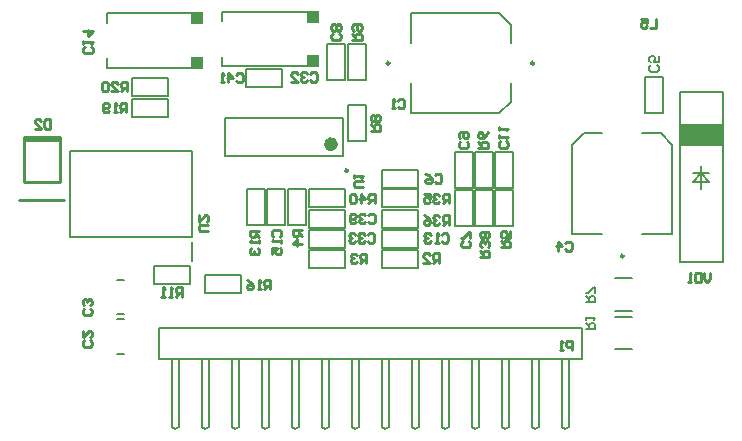
<source format=gbr>
%TF.GenerationSoftware,Altium Limited,Altium Designer,24.7.2 (38)*%
G04 Layer_Color=32896*
%FSLAX43Y43*%
%MOMM*%
%TF.SameCoordinates,A6C98B59-F63B-4C8E-8392-574C2285590F*%
%TF.FilePolarity,Positive*%
%TF.FileFunction,Legend,Bot*%
%TF.Part,Single*%
G01*
G75*
%TA.AperFunction,NonConductor*%
%ADD33C,0.250*%
%ADD34C,0.600*%
%ADD35C,0.200*%
%ADD36C,0.254*%
%ADD37R,1.000X1.000*%
%ADD38R,3.048X0.381*%
%ADD39R,3.650X1.850*%
D33*
X31625Y25075D02*
G03*
X31625Y25075I-125J0D01*
G01*
X28102Y15996D02*
G03*
X28102Y15996I-125J0D01*
G01*
X51450Y8750D02*
G03*
X51450Y8750I-125J0D01*
G01*
X43858Y25075D02*
G03*
X43858Y25075I-125J0D01*
G01*
D34*
X26957Y18221D02*
G03*
X26957Y18221I-300J0D01*
G01*
D35*
X33400Y26775D02*
Y29325D01*
Y20825D02*
Y23375D01*
Y20825D02*
X40900D01*
X33400Y29325D02*
X40900D01*
X41900Y28325D01*
X40900Y20825D02*
X41900Y21825D01*
Y23375D01*
Y26775D02*
Y28325D01*
X7698Y24700D02*
X14998D01*
Y25500D01*
X7698Y29300D02*
X14998D01*
X7698Y24700D02*
Y25500D01*
X14998Y28500D02*
Y29300D01*
X7698Y28500D02*
Y29300D01*
X9851Y23837D02*
X12899D01*
Y22313D02*
Y23837D01*
X9851Y22313D02*
Y23837D01*
Y22313D02*
X12899D01*
X9824Y22062D02*
X12872D01*
Y20538D02*
Y22062D01*
X9824Y20538D02*
Y22062D01*
Y20538D02*
X12872D01*
X14856Y10325D02*
Y17675D01*
X4544D02*
X14856D01*
X4544Y10325D02*
Y17675D01*
Y10325D02*
X14856D01*
X14870Y8325D02*
Y9975D01*
X11646Y6388D02*
X14694D01*
X11646D02*
Y7912D01*
X14694Y6388D02*
Y7912D01*
X11646D02*
X14694D01*
X8549Y3825D02*
X9147D01*
X8549Y6725D02*
X9147D01*
X17657Y17221D02*
X27657D01*
X17657Y20421D02*
X27657D01*
Y17221D02*
Y20421D01*
X17657Y17221D02*
Y20421D01*
X48075Y19150D02*
X49625D01*
X53025D02*
X54575D01*
X55575Y18150D01*
X47075D02*
X48075Y19150D01*
X47075Y10650D02*
Y18150D01*
X55575Y10650D02*
Y18150D01*
X53025Y10650D02*
X55575D01*
X47075D02*
X49625D01*
X37144Y11305D02*
Y14353D01*
X38668D01*
X37144Y11305D02*
X38668D01*
Y14353D01*
X26334Y23651D02*
Y26699D01*
X27858D01*
X26334Y23651D02*
X27858D01*
Y26699D01*
X28088Y23651D02*
Y26699D01*
X29612D01*
X28088Y23651D02*
X29612D01*
Y26699D01*
X29595Y18483D02*
Y21531D01*
X28071Y18483D02*
X29595D01*
X28071Y21531D02*
X29595D01*
X28071Y18483D02*
Y21531D01*
X30951Y14550D02*
X33999D01*
X30951D02*
Y16074D01*
X33999Y14550D02*
Y16074D01*
X30951D02*
X33999D01*
X30974Y7713D02*
X34022D01*
X30974D02*
Y9237D01*
X34022Y7713D02*
Y9237D01*
X30974D02*
X34022D01*
X30974Y14412D02*
X34022D01*
Y12888D02*
Y14412D01*
X30974Y12888D02*
Y14412D01*
Y12888D02*
X34022D01*
X30974Y11154D02*
X34022D01*
X30974D02*
Y12678D01*
X34022Y11154D02*
Y12678D01*
X30974D02*
X34022D01*
X30974Y10962D02*
X34022D01*
Y9438D02*
Y10962D01*
X30974Y9438D02*
Y10962D01*
Y9438D02*
X34022D01*
X58000Y15750D02*
Y16350D01*
Y15750D02*
X58700D01*
X58000Y14450D02*
Y15750D01*
X57300D02*
X58000D01*
X57293Y15043D02*
X58707D01*
X58000Y15750D02*
X58707Y15043D01*
X57293D02*
X58000Y15750D01*
X56175Y22600D02*
X59850D01*
X56175Y8250D02*
Y22600D01*
X59850Y8250D02*
Y22600D01*
X56175Y8250D02*
X59850D01*
X16001Y5588D02*
X19049D01*
X16001D02*
Y7112D01*
X19049Y5588D02*
Y7112D01*
X16001D02*
X19049D01*
X33490Y-5720D02*
X33810Y-5920D01*
X34130Y-5720D01*
X33490D02*
Y5D01*
X34130Y-5720D02*
Y5D01*
X28410Y-5720D02*
X28730Y-5920D01*
X29050Y-5720D01*
X28410D02*
Y5D01*
X29050Y-5720D02*
Y5D01*
X26510Y-5720D02*
Y5D01*
X25870Y-5720D02*
Y5D01*
X26190Y-5920D02*
X26510Y-5720D01*
X25870D02*
X26190Y-5920D01*
X23330Y-5720D02*
X23650Y-5920D01*
X23970Y-5720D01*
X23330D02*
Y5D01*
X23970Y-5720D02*
Y5D01*
X18250Y-5720D02*
X18570Y-5920D01*
X18890Y-5720D01*
X18250D02*
Y5D01*
X18890Y-5720D02*
Y5D01*
X12070D02*
Y2695D01*
Y5D02*
X47930D01*
Y2695D01*
X12070D02*
X47930D01*
X13810Y-5720D02*
Y5D01*
X13170Y-5720D02*
Y5D01*
X13490Y-5920D02*
X13810Y-5720D01*
X13170D02*
X13490Y-5920D01*
X16350Y-5720D02*
Y5D01*
X15710Y-5720D02*
Y5D01*
X16030Y-5920D02*
X16350Y-5720D01*
X15710D02*
X16030Y-5920D01*
X21430Y-5720D02*
Y5D01*
X20790Y-5720D02*
Y5D01*
X21110Y-5920D02*
X21430Y-5720D01*
X20790D02*
X21110Y-5920D01*
X31590Y-5720D02*
Y5D01*
X30950Y-5720D02*
Y5D01*
X31270Y-5920D02*
X31590Y-5720D01*
X30950D02*
X31270Y-5920D01*
X36670Y-5720D02*
Y5D01*
X36030Y-5720D02*
Y5D01*
X36350Y-5920D02*
X36670Y-5720D01*
X36030D02*
X36350Y-5920D01*
X38570Y-5720D02*
X38890Y-5920D01*
X39210Y-5720D01*
X38570D02*
Y5D01*
X39210Y-5720D02*
Y5D01*
X41110Y-5720D02*
X41430Y-5920D01*
X41750Y-5720D01*
X41110D02*
Y5D01*
X41750Y-5720D02*
Y5D01*
X46830Y-5720D02*
Y5D01*
X46190Y-5720D02*
Y5D01*
X46510Y-5920D02*
X46830Y-5720D01*
X46190D02*
X46510Y-5920D01*
X44290Y-5720D02*
Y5D01*
X43650Y-5720D02*
Y5D01*
X43970Y-5920D02*
X44290Y-5720D01*
X43650D02*
X43970Y-5920D01*
X54762Y20901D02*
Y23949D01*
X53238Y20901D02*
X54762D01*
X53238Y23949D02*
X54762D01*
X53238Y20901D02*
Y23949D01*
X8526Y3389D02*
X9124D01*
X8526Y489D02*
X9124D01*
X17457Y24825D02*
X24757D01*
Y25625D01*
X17457Y29425D02*
X24757D01*
X17457Y24825D02*
Y25625D01*
X24757Y28625D02*
Y29425D01*
X17457Y28625D02*
Y29425D01*
X50725Y6850D02*
X52175D01*
X50725Y4100D02*
X52175D01*
X50725Y850D02*
X52175D01*
X50725Y3600D02*
X52175D01*
X19504Y23088D02*
X22552D01*
X19504D02*
Y24612D01*
X22552Y23088D02*
Y24612D01*
X19504D02*
X22552D01*
X40588Y14536D02*
Y17584D01*
X42112D01*
X40588Y14536D02*
X42112D01*
Y17584D01*
X37144Y14536D02*
Y17584D01*
X38668D01*
X37144Y14536D02*
X38668D01*
Y17584D01*
X24776Y9237D02*
X27824D01*
Y7713D02*
Y9237D01*
X24776Y7713D02*
Y9237D01*
Y7713D02*
X27824D01*
X24777Y9438D02*
X27825D01*
X24777D02*
Y10962D01*
X27825Y9438D02*
Y10962D01*
X24777D02*
X27825D01*
X38864Y11305D02*
Y14353D01*
X40388D01*
X38864Y11305D02*
X40388D01*
Y14353D01*
X24777Y14389D02*
X27825D01*
Y12865D02*
Y14389D01*
X24777Y12865D02*
Y14389D01*
Y12865D02*
X27825D01*
X19539Y11341D02*
Y14389D01*
X21063D01*
X19539Y11341D02*
X21063D01*
Y14389D01*
X22794Y11341D02*
Y14389D01*
X21270Y11341D02*
X22794D01*
X21270Y14389D02*
X22794D01*
X21270Y11341D02*
Y14389D01*
X24777Y11154D02*
X27825D01*
X24777D02*
Y12678D01*
X27825Y11154D02*
Y12678D01*
X24777D02*
X27825D01*
X38863Y14536D02*
Y17584D01*
X40387D01*
X38863Y14536D02*
X40387D01*
Y17584D01*
X40588Y11305D02*
Y14353D01*
X42112D01*
X40588Y11305D02*
X42112D01*
Y14353D01*
X24519Y11344D02*
Y14392D01*
X22995Y11344D02*
X24519D01*
X22995Y14392D02*
X24519D01*
X22995Y11344D02*
Y14392D01*
X54267Y24892D02*
X54400Y24758D01*
Y24492D01*
X54267Y24359D01*
X53733D01*
X53600Y24492D01*
Y24758D01*
X53733Y24892D01*
X54400Y25691D02*
Y25158D01*
X54000D01*
X54133Y25425D01*
Y25558D01*
X54000Y25691D01*
X53733D01*
X53600Y25558D01*
Y25292D01*
X53733Y25158D01*
X48250Y4834D02*
X49050D01*
Y5233D01*
X48917Y5367D01*
X48650D01*
X48517Y5233D01*
Y4834D01*
Y5100D02*
X48250Y5367D01*
X49050Y5633D02*
Y6166D01*
X48917D01*
X48383Y5633D01*
X48250D01*
Y2542D02*
X49050D01*
Y2942D01*
X48917Y3075D01*
X48650D01*
X48517Y2942D01*
Y2542D01*
Y2808D02*
X48250Y3075D01*
Y3342D02*
Y3608D01*
Y3475D01*
X49050D01*
X48917Y3342D01*
D36*
X262Y13516D02*
X4072D01*
X643Y18596D02*
X3691D01*
X643Y15040D02*
X3691D01*
X643Y18850D02*
X3691D01*
Y15040D02*
Y18850D01*
X643Y15040D02*
Y18850D01*
X2908Y20349D02*
Y19549D01*
X2508D01*
X2375Y19682D01*
Y20215D01*
X2508Y20349D01*
X2908D01*
X1575Y19549D02*
X2108D01*
X1575Y20082D01*
Y20215D01*
X1708Y20349D01*
X1975D01*
X2108Y20215D01*
X9391Y22688D02*
Y23488D01*
X8991D01*
X8858Y23354D01*
Y23088D01*
X8991Y22954D01*
X9391D01*
X9125D02*
X8858Y22688D01*
X8058D02*
X8592D01*
X8058Y23221D01*
Y23354D01*
X8192Y23488D01*
X8458D01*
X8592Y23354D01*
X7792D02*
X7659Y23488D01*
X7392D01*
X7259Y23354D01*
Y22821D01*
X7392Y22688D01*
X7659D01*
X7792Y22821D01*
Y23354D01*
X9348Y20914D02*
Y21713D01*
X8948D01*
X8815Y21580D01*
Y21313D01*
X8948Y21180D01*
X9348D01*
X9081D02*
X8815Y20914D01*
X8548D02*
X8282D01*
X8415D01*
Y21713D01*
X8548Y21580D01*
X7882Y21047D02*
X7748Y20914D01*
X7482D01*
X7349Y21047D01*
Y21580D01*
X7482Y21713D01*
X7748D01*
X7882Y21580D01*
Y21447D01*
X7748Y21313D01*
X7349D01*
X6353Y26460D02*
X6486Y26326D01*
Y26060D01*
X6353Y25926D01*
X5820D01*
X5687Y26060D01*
Y26326D01*
X5820Y26460D01*
X5687Y26726D02*
Y26993D01*
Y26859D01*
X6486D01*
X6353Y26726D01*
X5687Y27793D02*
X6486D01*
X6086Y27393D01*
Y27926D01*
X21513Y5925D02*
Y6725D01*
X21113D01*
X20980Y6592D01*
Y6325D01*
X21113Y6192D01*
X21513D01*
X21246D02*
X20980Y5925D01*
X20713D02*
X20446D01*
X20580D01*
Y6725D01*
X20713Y6592D01*
X19513Y6725D02*
X19780Y6592D01*
X20047Y6325D01*
Y6059D01*
X19913Y5925D01*
X19647D01*
X19513Y6059D01*
Y6192D01*
X19647Y6325D01*
X20047D01*
X14036Y5325D02*
Y6125D01*
X13636D01*
X13503Y5991D01*
Y5725D01*
X13636Y5592D01*
X14036D01*
X13769D02*
X13503Y5325D01*
X13236D02*
X12970D01*
X13103D01*
Y6125D01*
X13236Y5991D01*
X12570Y5325D02*
X12303D01*
X12436D01*
Y6125D01*
X12570Y5991D01*
X28450Y27044D02*
X29250D01*
Y27444D01*
X29117Y27577D01*
X28850D01*
X28717Y27444D01*
Y27044D01*
Y27311D02*
X28450Y27577D01*
X28583Y27844D02*
X28450Y27977D01*
Y28244D01*
X28583Y28377D01*
X29117D01*
X29250Y28244D01*
Y27977D01*
X29117Y27844D01*
X28983D01*
X28850Y27977D01*
Y28377D01*
X30029Y19366D02*
X30829D01*
Y19766D01*
X30695Y19899D01*
X30429D01*
X30295Y19766D01*
Y19366D01*
Y19632D02*
X30029Y19899D01*
X30695Y20165D02*
X30829Y20299D01*
Y20565D01*
X30695Y20699D01*
X30562D01*
X30429Y20565D01*
X30295Y20699D01*
X30162D01*
X30029Y20565D01*
Y20299D01*
X30162Y20165D01*
X30295D01*
X30429Y20299D01*
X30562Y20165D01*
X30695D01*
X30429Y20299D02*
Y20565D01*
X27369Y27577D02*
X27503Y27444D01*
Y27177D01*
X27369Y27044D01*
X26836D01*
X26703Y27177D01*
Y27444D01*
X26836Y27577D01*
X27369Y27844D02*
X27503Y27977D01*
Y28244D01*
X27369Y28377D01*
X27236D01*
X27103Y28244D01*
X26969Y28377D01*
X26836D01*
X26703Y28244D01*
Y27977D01*
X26836Y27844D01*
X26969D01*
X27103Y27977D01*
X27236Y27844D01*
X27369D01*
X27103Y27977D02*
Y28244D01*
X35458Y15579D02*
X35591Y15712D01*
X35858D01*
X35991Y15579D01*
Y15045D01*
X35858Y14912D01*
X35591D01*
X35458Y15045D01*
X34658Y15712D02*
X34925Y15579D01*
X35191Y15312D01*
Y15045D01*
X35058Y14912D01*
X34791D01*
X34658Y15045D01*
Y15179D01*
X34791Y15312D01*
X35191D01*
X46508Y9841D02*
X46642Y9975D01*
X46908D01*
X47042Y9841D01*
Y9308D01*
X46908Y9175D01*
X46642D01*
X46508Y9308D01*
X45842Y9175D02*
Y9975D01*
X46242Y9575D01*
X45709D01*
X58783Y7339D02*
Y6806D01*
X58516Y6539D01*
X58250Y6806D01*
Y7339D01*
X57983D02*
Y6539D01*
X57583D01*
X57450Y6672D01*
Y7206D01*
X57583Y7339D01*
X57983D01*
X57184Y6539D02*
X56917D01*
X57050D01*
Y7339D01*
X57184Y7206D01*
X32325Y21916D02*
X32458Y22049D01*
X32725D01*
X32858Y21916D01*
Y21382D01*
X32725Y21249D01*
X32458D01*
X32325Y21382D01*
X32058Y21249D02*
X31792D01*
X31925D01*
Y22049D01*
X32058Y21916D01*
X6292Y1620D02*
X6425Y1486D01*
Y1220D01*
X6292Y1086D01*
X5758D01*
X5625Y1220D01*
Y1486D01*
X5758Y1620D01*
X5625Y2419D02*
Y1886D01*
X6158Y2419D01*
X6292D01*
X6425Y2286D01*
Y2019D01*
X6292Y1886D01*
Y4309D02*
X6425Y4176D01*
Y3909D01*
X6292Y3776D01*
X5758D01*
X5625Y3909D01*
Y4176D01*
X5758Y4309D01*
X6292Y4576D02*
X6425Y4709D01*
Y4976D01*
X6292Y5109D01*
X6158D01*
X6025Y4976D01*
Y4842D01*
Y4976D01*
X5892Y5109D01*
X5758D01*
X5625Y4976D01*
Y4709D01*
X5758Y4576D01*
X54216Y28853D02*
Y28054D01*
X53683D01*
X52884Y28853D02*
X53417D01*
Y28454D01*
X53150Y28587D01*
X53017D01*
X52884Y28454D01*
Y28187D01*
X53017Y28054D01*
X53283D01*
X53417Y28187D01*
X18650Y24116D02*
X18783Y24250D01*
X19050D01*
X19183Y24116D01*
Y23583D01*
X19050Y23450D01*
X18783D01*
X18650Y23583D01*
X17983Y23450D02*
Y24250D01*
X18383Y23850D01*
X17850D01*
X17584Y23450D02*
X17317D01*
X17450D01*
Y24250D01*
X17584Y24116D01*
X30366Y13200D02*
Y14000D01*
X29966D01*
X29833Y13867D01*
Y13600D01*
X29966Y13467D01*
X30366D01*
X30100D02*
X29833Y13200D01*
X29167D02*
Y14000D01*
X29567Y13600D01*
X29033D01*
X28767Y13867D02*
X28634Y14000D01*
X28367D01*
X28234Y13867D01*
Y13333D01*
X28367Y13200D01*
X28634D01*
X28767Y13333D01*
Y13867D01*
X29833Y12196D02*
X29966Y12329D01*
X30233D01*
X30366Y12196D01*
Y11663D01*
X30233Y11529D01*
X29966D01*
X29833Y11663D01*
X29566Y12196D02*
X29433Y12329D01*
X29167D01*
X29033Y12196D01*
Y12063D01*
X29167Y11929D01*
X29300D01*
X29167D01*
X29033Y11796D01*
Y11663D01*
X29167Y11529D01*
X29433D01*
X29566Y11663D01*
X28767D02*
X28633Y11529D01*
X28367D01*
X28234Y11663D01*
Y12196D01*
X28367Y12329D01*
X28633D01*
X28767Y12196D01*
Y12063D01*
X28633Y11929D01*
X28234D01*
X16276Y10863D02*
X15610D01*
X15476Y10996D01*
Y11263D01*
X15610Y11396D01*
X16276D01*
X15476Y12196D02*
Y11663D01*
X16010Y12196D01*
X16143D01*
X16276Y12063D01*
Y11796D01*
X16143Y11663D01*
X29665Y8148D02*
Y8948D01*
X29265D01*
X29132Y8814D01*
Y8548D01*
X29265Y8415D01*
X29665D01*
X29399D02*
X29132Y8148D01*
X28866Y8814D02*
X28732Y8948D01*
X28466D01*
X28332Y8814D01*
Y8681D01*
X28466Y8548D01*
X28599D01*
X28466D01*
X28332Y8415D01*
Y8281D01*
X28466Y8148D01*
X28732D01*
X28866Y8281D01*
X35816Y8175D02*
Y8975D01*
X35417D01*
X35283Y8842D01*
Y8575D01*
X35417Y8442D01*
X35816D01*
X35550D02*
X35283Y8175D01*
X34484D02*
X35017D01*
X34484Y8708D01*
Y8842D01*
X34617Y8975D01*
X34883D01*
X35017Y8842D01*
X36645Y11404D02*
Y12204D01*
X36245D01*
X36112Y12071D01*
Y11804D01*
X36245Y11671D01*
X36645D01*
X36378D02*
X36112Y11404D01*
X35845Y12071D02*
X35712Y12204D01*
X35445D01*
X35312Y12071D01*
Y11937D01*
X35445Y11804D01*
X35578D01*
X35445D01*
X35312Y11671D01*
Y11538D01*
X35445Y11404D01*
X35712D01*
X35845Y11538D01*
X34512Y12204D02*
X34779Y12071D01*
X35045Y11804D01*
Y11538D01*
X34912Y11404D01*
X34645D01*
X34512Y11538D01*
Y11671D01*
X34645Y11804D01*
X35045D01*
X36639Y13200D02*
Y14000D01*
X36240D01*
X36106Y13867D01*
Y13600D01*
X36240Y13467D01*
X36639D01*
X36373D02*
X36106Y13200D01*
X35840Y13867D02*
X35706Y14000D01*
X35440D01*
X35306Y13867D01*
Y13733D01*
X35440Y13600D01*
X35573D01*
X35440D01*
X35306Y13467D01*
Y13333D01*
X35440Y13200D01*
X35706D01*
X35840Y13333D01*
X34507Y14000D02*
X35040D01*
Y13600D01*
X34773Y13733D01*
X34640D01*
X34507Y13600D01*
Y13333D01*
X34640Y13200D01*
X34907D01*
X35040Y13333D01*
X29783Y10006D02*
X29916Y9873D01*
X30183D01*
X30316Y10006D01*
Y10540D01*
X30183Y10673D01*
X29916D01*
X29783Y10540D01*
X29516Y10006D02*
X29383Y9873D01*
X29117D01*
X28983Y10006D01*
Y10140D01*
X29117Y10273D01*
X29250D01*
X29117D01*
X28983Y10406D01*
Y10540D01*
X29117Y10673D01*
X29383D01*
X29516Y10540D01*
X28717Y10006D02*
X28583Y9873D01*
X28317D01*
X28184Y10006D01*
Y10140D01*
X28317Y10273D01*
X28450D01*
X28317D01*
X28184Y10406D01*
Y10540D01*
X28317Y10673D01*
X28583D01*
X28717Y10540D01*
X39275Y8684D02*
X40075D01*
Y9084D01*
X39942Y9217D01*
X39675D01*
X39542Y9084D01*
Y8684D01*
Y8950D02*
X39275Y9217D01*
X39942Y9483D02*
X40075Y9617D01*
Y9883D01*
X39942Y10017D01*
X39808D01*
X39675Y9883D01*
Y9750D01*
Y9883D01*
X39542Y10017D01*
X39408D01*
X39275Y9883D01*
Y9617D01*
X39408Y9483D01*
X39942Y10283D02*
X40075Y10416D01*
Y10683D01*
X39942Y10816D01*
X39808D01*
X39675Y10683D01*
X39542Y10816D01*
X39408D01*
X39275Y10683D01*
Y10416D01*
X39408Y10283D01*
X39542D01*
X39675Y10416D01*
X39808Y10283D01*
X39942D01*
X39675Y10416D02*
Y10683D01*
X20576Y10902D02*
X19776D01*
Y10502D01*
X19910Y10369D01*
X20176D01*
X20309Y10502D01*
Y10902D01*
Y10635D02*
X20576Y10369D01*
Y10102D02*
Y9835D01*
Y9969D01*
X19776D01*
X19910Y10102D01*
Y9436D02*
X19776Y9302D01*
Y9036D01*
X19910Y8902D01*
X20043D01*
X20176Y9036D01*
Y9169D01*
Y9036D01*
X20309Y8902D01*
X20443D01*
X20576Y9036D01*
Y9302D01*
X20443Y9436D01*
X24908Y24167D02*
X25041Y24300D01*
X25308D01*
X25441Y24167D01*
Y23633D01*
X25308Y23500D01*
X25041D01*
X24908Y23633D01*
X24642Y24167D02*
X24508Y24300D01*
X24242D01*
X24108Y24167D01*
Y24033D01*
X24242Y23900D01*
X24375D01*
X24242D01*
X24108Y23767D01*
Y23633D01*
X24242Y23500D01*
X24508D01*
X24642Y23633D01*
X23309Y23500D02*
X23842D01*
X23309Y24033D01*
Y24167D01*
X23442Y24300D01*
X23709D01*
X23842Y24167D01*
X21790Y10382D02*
X21657Y10515D01*
Y10781D01*
X21790Y10915D01*
X22323D01*
X22457Y10781D01*
Y10515D01*
X22323Y10382D01*
X22457Y10115D02*
Y9848D01*
Y9982D01*
X21657D01*
X21790Y10115D01*
X21657Y8915D02*
Y9448D01*
X22057D01*
X21924Y9182D01*
Y9049D01*
X22057Y8915D01*
X22323D01*
X22457Y9049D01*
Y9315D01*
X22323Y9448D01*
X36040Y10540D02*
X36173Y10673D01*
X36439D01*
X36573Y10540D01*
Y10006D01*
X36439Y9873D01*
X36173D01*
X36040Y10006D01*
X35773Y9873D02*
X35506D01*
X35640D01*
Y10673D01*
X35773Y10540D01*
X35107D02*
X34973Y10673D01*
X34707D01*
X34573Y10540D01*
Y10406D01*
X34707Y10273D01*
X34840D01*
X34707D01*
X34573Y10140D01*
Y10006D01*
X34707Y9873D01*
X34973D01*
X35107Y10006D01*
X41517Y18461D02*
X41650Y18327D01*
Y18061D01*
X41517Y17928D01*
X40983D01*
X40850Y18061D01*
Y18327D01*
X40983Y18461D01*
X40850Y18727D02*
Y18994D01*
Y18861D01*
X41650D01*
X41517Y18727D01*
X40850Y19394D02*
Y19660D01*
Y19527D01*
X41650D01*
X41517Y19394D01*
X38142Y18447D02*
X38275Y18313D01*
Y18047D01*
X38142Y17914D01*
X37608D01*
X37475Y18047D01*
Y18313D01*
X37608Y18447D01*
Y18713D02*
X37475Y18847D01*
Y19113D01*
X37608Y19246D01*
X38142D01*
X38275Y19113D01*
Y18847D01*
X38142Y18713D01*
X38008D01*
X37875Y18847D01*
Y19246D01*
X29375Y14567D02*
X28708D01*
X28575Y14700D01*
Y14967D01*
X28708Y15100D01*
X29375D01*
X28575Y15367D02*
Y15633D01*
Y15500D01*
X29375D01*
X29242Y15367D01*
X47079Y781D02*
Y1581D01*
X46679D01*
X46546Y1447D01*
Y1181D01*
X46679Y1048D01*
X47079D01*
X46279Y781D02*
X46012D01*
X46146D01*
Y1581D01*
X46279Y1447D01*
X39125Y17914D02*
X39925D01*
Y18313D01*
X39792Y18447D01*
X39525D01*
X39392Y18313D01*
Y17914D01*
Y18180D02*
X39125Y18447D01*
X39925Y19246D02*
X39792Y18980D01*
X39525Y18713D01*
X39258D01*
X39125Y18847D01*
Y19113D01*
X39258Y19246D01*
X39392D01*
X39525Y19113D01*
Y18713D01*
X41025Y9498D02*
X41825D01*
Y9898D01*
X41691Y10031D01*
X41425D01*
X41291Y9898D01*
Y9498D01*
Y9764D02*
X41025Y10031D01*
X41825Y10831D02*
Y10298D01*
X41425D01*
X41558Y10564D01*
Y10697D01*
X41425Y10831D01*
X41158D01*
X41025Y10697D01*
Y10431D01*
X41158Y10298D01*
X24206Y10967D02*
X23406D01*
Y10567D01*
X23540Y10433D01*
X23806D01*
X23940Y10567D01*
Y10967D01*
Y10700D02*
X24206Y10433D01*
Y9767D02*
X23406D01*
X23806Y10167D01*
Y9634D01*
X38332Y10009D02*
X38465Y9876D01*
Y9610D01*
X38332Y9476D01*
X37798D01*
X37665Y9610D01*
Y9876D01*
X37798Y10009D01*
X38465Y10276D02*
Y10809D01*
X38332D01*
X37798Y10276D01*
X37665D01*
D37*
X15348Y28900D02*
D03*
Y25100D02*
D03*
X25107Y29025D02*
D03*
X25107Y25225D02*
D03*
D38*
X2167Y18658D02*
D03*
D39*
X58025Y18999D02*
D03*
%TF.MD5,17509d30a4a632e13b5c9b3bdcd41636*%
M02*

</source>
